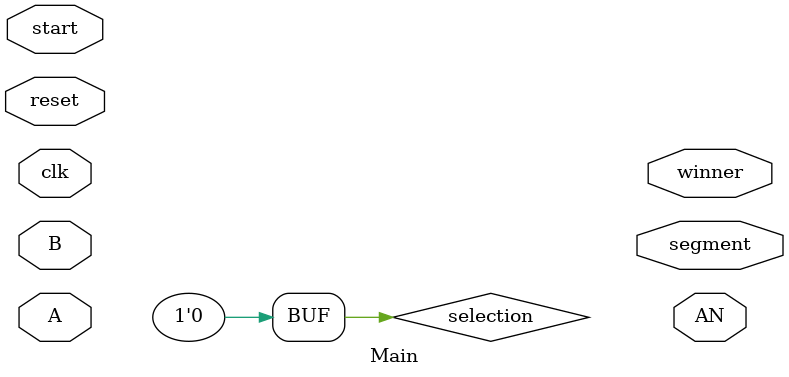
<source format=v>
`timescale 1ns / 1ps


module Main(
    input [5:0] A, //team 1
    input [5:0] B, // team 2
    input start, //winner selection should start here
    input clk,
    input reset,
    output reg [5:0] winner, //winning team
    output [6:0] segment, //display
    output [7:0] AN //display
    );
    
    wire number;
    wire clk_src_5MHz;
    wire clk_1kHz;
    wire selection = 10'b1100110010;
    
  clk_wiz_0 clk_5MHz(
        .clk_in1(clk), 
        .clk_out1(clk_src_5MHz), 
        .locked(),
        .reset(reset)
    );
    
    RNG RNG1(
    .selection(selection),
    .clock(clk_1kHz),
    .reset(reset),
    .number(number)    
    );
 /*   
    Winner Winner(
    .A(A),
    .B(B),
    .start(start),
    .rng(number),
    .reset(reset),
    .winner(winner)
    );
    */
    
   // Bracket Bracket();
    
 /*   SSDisplay SSdisplay(
    .winner(winner),
    .clk_1kHz(clk_1kHz),
    .segment(segment),
    .AN(AN)
    );
 */
 /*   
    clockdivider clockdivider(
    .clk_src_5MHz(clk_src_5MHz),
    .clk_1kHz(clk_1kHz)
    );
    */
endmodule

</source>
